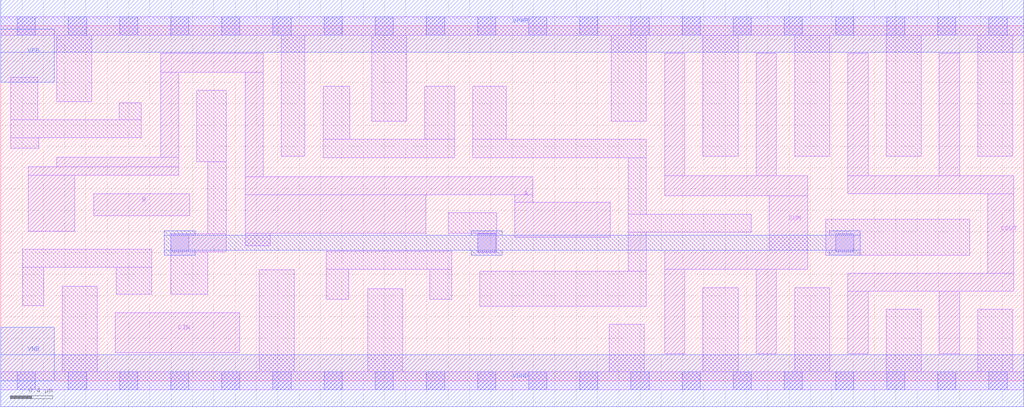
<source format=lef>
# Copyright 2020 The SkyWater PDK Authors
#
# Licensed under the Apache License, Version 2.0 (the "License");
# you may not use this file except in compliance with the License.
# You may obtain a copy of the License at
#
#     https://www.apache.org/licenses/LICENSE-2.0
#
# Unless required by applicable law or agreed to in writing, software
# distributed under the License is distributed on an "AS IS" BASIS,
# WITHOUT WARRANTIES OR CONDITIONS OF ANY KIND, either express or implied.
# See the License for the specific language governing permissions and
# limitations under the License.
#
# SPDX-License-Identifier: Apache-2.0

VERSION 5.5 ;
NAMESCASESENSITIVE ON ;
BUSBITCHARS "[]" ;
DIVIDERCHAR "/" ;
MACRO sky130_fd_sc_lp__fa_4
  CLASS CORE ;
  SOURCE USER ;
  ORIGIN  0.000000  0.000000 ;
  SIZE  9.600000 BY  3.330000 ;
  SYMMETRY X Y R90 ;
  SITE unit ;
  PIN A
    ANTENNAGATEAREA  0.636000 ;
    DIRECTION INPUT ;
    USE SIGNAL ;
    PORT
      LAYER li1 ;
        RECT 0.260000 1.405000 0.695000 1.930000 ;
        RECT 0.260000 1.930000 1.670000 2.010000 ;
        RECT 0.525000 2.010000 1.670000 2.100000 ;
        RECT 1.500000 2.100000 1.670000 2.895000 ;
        RECT 1.500000 2.895000 2.465000 3.075000 ;
        RECT 2.295000 1.265000 2.530000 1.385000 ;
        RECT 2.295000 1.385000 3.990000 1.745000 ;
        RECT 2.295000 1.745000 4.995000 1.915000 ;
        RECT 2.295000 1.915000 2.465000 2.895000 ;
        RECT 4.825000 1.345000 5.720000 1.675000 ;
        RECT 4.825000 1.675000 4.995000 1.745000 ;
    END
  END A
  PIN B
    ANTENNAGATEAREA  0.636000 ;
    DIRECTION INPUT ;
    USE SIGNAL ;
    PORT
      LAYER li1 ;
        RECT 0.875000 1.550000 1.775000 1.755000 ;
    END
  END B
  PIN CIN
    ANTENNAGATEAREA  0.477000 ;
    DIRECTION INPUT ;
    USE SIGNAL ;
    PORT
      LAYER li1 ;
        RECT 1.075000 0.265000 2.245000 0.640000 ;
    END
  END CIN
  PIN COUT
    ANTENNADIFFAREA  1.176000 ;
    DIRECTION OUTPUT ;
    USE SIGNAL ;
    PORT
      LAYER li1 ;
        RECT 7.950000 0.255000 8.140000 0.840000 ;
        RECT 7.950000 0.840000 9.510000 1.010000 ;
        RECT 7.950000 1.755000 9.510000 1.925000 ;
        RECT 7.950000 1.925000 8.140000 3.075000 ;
        RECT 8.810000 0.255000 9.000000 0.840000 ;
        RECT 8.810000 1.925000 9.000000 3.075000 ;
        RECT 9.265000 1.010000 9.510000 1.755000 ;
    END
  END COUT
  PIN SUM
    ANTENNADIFFAREA  1.176000 ;
    DIRECTION OUTPUT ;
    USE SIGNAL ;
    PORT
      LAYER li1 ;
        RECT 6.230000 0.255000 6.420000 1.045000 ;
        RECT 6.230000 1.045000 7.575000 1.225000 ;
        RECT 6.230000 1.735000 7.575000 1.925000 ;
        RECT 6.230000 1.925000 6.420000 3.075000 ;
        RECT 7.090000 0.255000 7.280000 1.045000 ;
        RECT 7.090000 1.925000 7.280000 3.075000 ;
        RECT 7.215000 1.225000 7.575000 1.735000 ;
    END
  END SUM
  PIN VGND
    DIRECTION INOUT ;
    USE GROUND ;
    PORT
      LAYER met1 ;
        RECT 0.000000 -0.245000 9.600000 0.245000 ;
    END
  END VGND
  PIN VNB
    DIRECTION INOUT ;
    USE GROUND ;
    PORT
    END
  END VNB
  PIN VPB
    DIRECTION INOUT ;
    USE POWER ;
    PORT
    END
  END VPB
  PIN VNB
    DIRECTION INOUT ;
    USE GROUND ;
    PORT
      LAYER met1 ;
        RECT 0.000000 0.000000 0.500000 0.500000 ;
    END
  END VNB
  PIN VPB
    DIRECTION INOUT ;
    USE POWER ;
    PORT
      LAYER met1 ;
        RECT 0.000000 2.800000 0.500000 3.300000 ;
    END
  END VPB
  PIN VPWR
    DIRECTION INOUT ;
    USE POWER ;
    PORT
      LAYER met1 ;
        RECT 0.000000 3.085000 9.600000 3.575000 ;
    END
  END VPWR
  OBS
    LAYER li1 ;
      RECT 0.000000 -0.085000 9.600000 0.085000 ;
      RECT 0.000000  3.245000 9.600000 3.415000 ;
      RECT 0.095000  2.180000 0.355000 2.280000 ;
      RECT 0.095000  2.280000 1.320000 2.450000 ;
      RECT 0.095000  2.450000 0.345000 2.850000 ;
      RECT 0.205000  0.705000 0.405000 1.065000 ;
      RECT 0.205000  1.065000 1.415000 1.235000 ;
      RECT 0.525000  2.620000 0.855000 3.245000 ;
      RECT 0.575000  0.085000 0.905000 0.885000 ;
      RECT 1.085000  0.810000 1.415000 1.065000 ;
      RECT 1.110000  2.450000 1.320000 2.610000 ;
      RECT 1.595000  0.810000 1.945000 1.210000 ;
      RECT 1.595000  1.210000 2.115000 1.380000 ;
      RECT 1.840000  2.055000 2.115000 2.725000 ;
      RECT 1.945000  1.380000 2.115000 2.055000 ;
      RECT 2.425000  0.085000 2.755000 1.040000 ;
      RECT 2.635000  2.105000 2.855000 3.245000 ;
      RECT 3.025000  2.095000 4.260000 2.265000 ;
      RECT 3.025000  2.265000 3.275000 2.765000 ;
      RECT 3.055000  0.765000 3.265000 1.045000 ;
      RECT 3.055000  1.045000 4.235000 1.215000 ;
      RECT 3.445000  0.085000 3.775000 0.865000 ;
      RECT 3.480000  2.435000 3.810000 3.245000 ;
      RECT 3.980000  2.265000 4.260000 2.765000 ;
      RECT 4.025000  0.765000 4.235000 1.045000 ;
      RECT 4.200000  1.385000 4.655000 1.575000 ;
      RECT 4.430000  2.095000 6.060000 2.265000 ;
      RECT 4.430000  2.265000 4.745000 2.765000 ;
      RECT 4.475000  1.200000 4.655000 1.385000 ;
      RECT 4.495000  0.700000 6.060000 1.030000 ;
      RECT 5.710000  0.085000 6.040000 0.530000 ;
      RECT 5.730000  2.435000 6.060000 3.245000 ;
      RECT 5.890000  1.030000 6.060000 1.395000 ;
      RECT 5.890000  1.395000 7.045000 1.565000 ;
      RECT 5.890000  1.565000 6.060000 2.095000 ;
      RECT 6.590000  0.085000 6.920000 0.875000 ;
      RECT 6.590000  2.105000 6.920000 3.245000 ;
      RECT 7.450000  0.085000 7.780000 0.875000 ;
      RECT 7.450000  2.105000 7.780000 3.245000 ;
      RECT 7.745000  1.180000 9.095000 1.515000 ;
      RECT 8.310000  0.085000 8.640000 0.670000 ;
      RECT 8.310000  2.105000 8.640000 3.245000 ;
      RECT 9.170000  0.085000 9.500000 0.670000 ;
      RECT 9.170000  2.105000 9.500000 3.245000 ;
    LAYER mcon ;
      RECT 0.155000 -0.085000 0.325000 0.085000 ;
      RECT 0.155000  3.245000 0.325000 3.415000 ;
      RECT 0.635000 -0.085000 0.805000 0.085000 ;
      RECT 0.635000  3.245000 0.805000 3.415000 ;
      RECT 1.115000 -0.085000 1.285000 0.085000 ;
      RECT 1.115000  3.245000 1.285000 3.415000 ;
      RECT 1.595000 -0.085000 1.765000 0.085000 ;
      RECT 1.595000  1.210000 1.765000 1.380000 ;
      RECT 1.595000  3.245000 1.765000 3.415000 ;
      RECT 2.075000 -0.085000 2.245000 0.085000 ;
      RECT 2.075000  3.245000 2.245000 3.415000 ;
      RECT 2.555000 -0.085000 2.725000 0.085000 ;
      RECT 2.555000  3.245000 2.725000 3.415000 ;
      RECT 3.035000 -0.085000 3.205000 0.085000 ;
      RECT 3.035000  3.245000 3.205000 3.415000 ;
      RECT 3.515000 -0.085000 3.685000 0.085000 ;
      RECT 3.515000  3.245000 3.685000 3.415000 ;
      RECT 3.995000 -0.085000 4.165000 0.085000 ;
      RECT 3.995000  3.245000 4.165000 3.415000 ;
      RECT 4.475000 -0.085000 4.645000 0.085000 ;
      RECT 4.475000  1.210000 4.645000 1.380000 ;
      RECT 4.475000  3.245000 4.645000 3.415000 ;
      RECT 4.955000 -0.085000 5.125000 0.085000 ;
      RECT 4.955000  3.245000 5.125000 3.415000 ;
      RECT 5.435000 -0.085000 5.605000 0.085000 ;
      RECT 5.435000  3.245000 5.605000 3.415000 ;
      RECT 5.915000 -0.085000 6.085000 0.085000 ;
      RECT 5.915000  3.245000 6.085000 3.415000 ;
      RECT 6.395000 -0.085000 6.565000 0.085000 ;
      RECT 6.395000  3.245000 6.565000 3.415000 ;
      RECT 6.875000 -0.085000 7.045000 0.085000 ;
      RECT 6.875000  3.245000 7.045000 3.415000 ;
      RECT 7.355000 -0.085000 7.525000 0.085000 ;
      RECT 7.355000  3.245000 7.525000 3.415000 ;
      RECT 7.835000 -0.085000 8.005000 0.085000 ;
      RECT 7.835000  1.210000 8.005000 1.380000 ;
      RECT 7.835000  3.245000 8.005000 3.415000 ;
      RECT 8.315000 -0.085000 8.485000 0.085000 ;
      RECT 8.315000  3.245000 8.485000 3.415000 ;
      RECT 8.795000 -0.085000 8.965000 0.085000 ;
      RECT 8.795000  3.245000 8.965000 3.415000 ;
      RECT 9.275000 -0.085000 9.445000 0.085000 ;
      RECT 9.275000  3.245000 9.445000 3.415000 ;
    LAYER met1 ;
      RECT 1.535000 1.180000 1.825000 1.225000 ;
      RECT 1.535000 1.225000 8.065000 1.365000 ;
      RECT 1.535000 1.365000 1.825000 1.410000 ;
      RECT 4.415000 1.180000 4.705000 1.225000 ;
      RECT 4.415000 1.365000 4.705000 1.410000 ;
      RECT 7.775000 1.180000 8.065000 1.225000 ;
      RECT 7.775000 1.365000 8.065000 1.410000 ;
  END
END sky130_fd_sc_lp__fa_4
END LIBRARY

</source>
